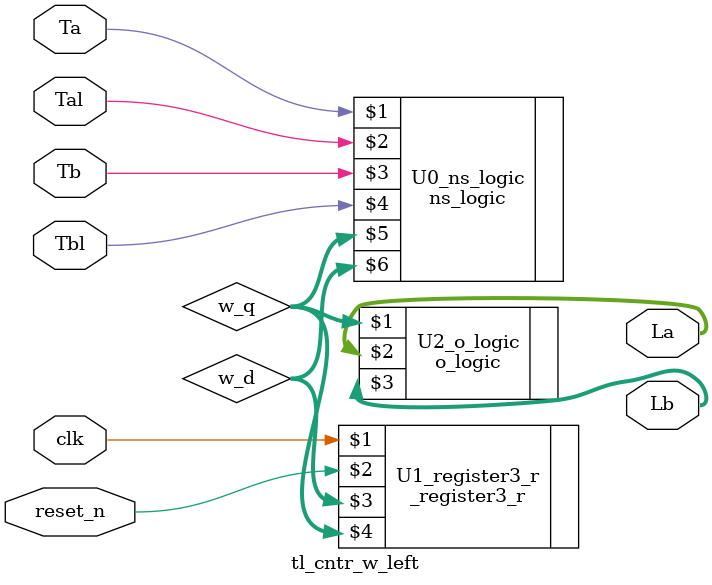
<source format=v>
module tl_cntr_w_left(clk, reset_n, Ta, Tal, Tb, Tbl, La, Lb);
	input clk, reset_n, Ta, Tal, Tb, Tbl;
	output[1:0] La, Lb;

	wire[2:0] w_d, w_q;

	ns_logic U0_ns_logic(Ta, Tal, Tb, Tbl, w_q, w_d);

	_register3_r U1_register3_r(clk, reset_n, w_d, w_q);

	o_logic U2_o_logic(w_q, La, Lb);
endmodule

</source>
